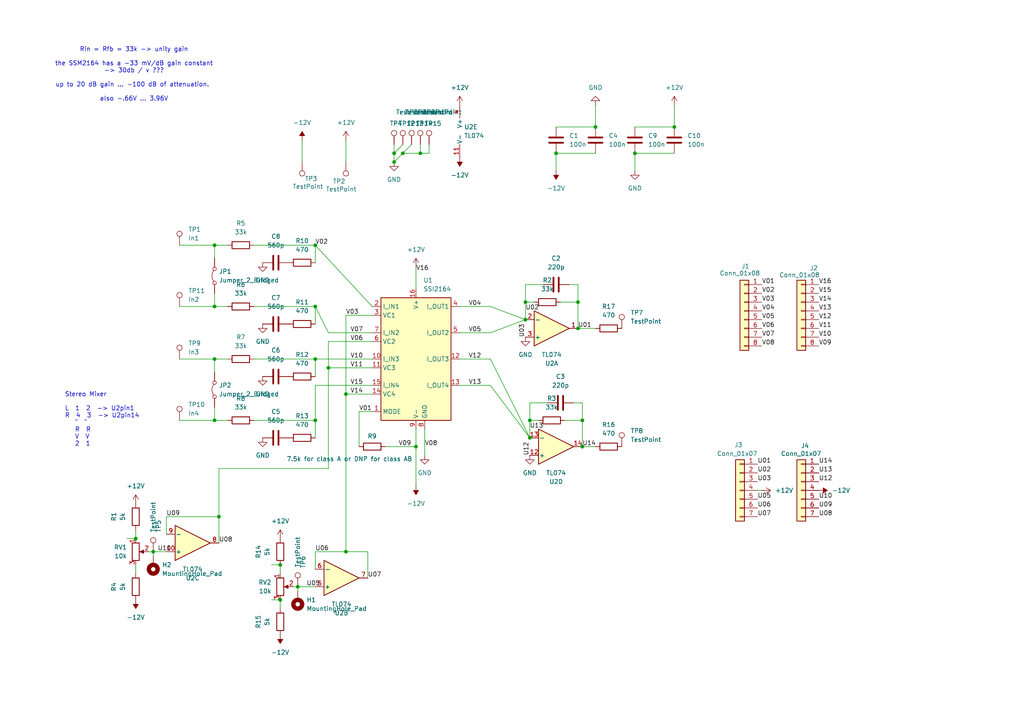
<source format=kicad_sch>
(kicad_sch (version 20250114) (generator "eeschema") (generator_version "9.0")
  (paper "A4")
  (lib_symbols
    (symbol "Amplifier_Operational:TL074" (pin_names (offset 0.127))
      (property "Reference" "U" (at 0 5.08 0))
      (property "Value" "TL074" (at 0 -5.08 0))
      (symbol "TL074_1_1"
        (polyline (pts (xy -5.08 5.08) (xy 5.08 0) (xy -5.08 -5.08) (xy -5.08 5.08)) (stroke (width 0.254)) (fill (type background)))
        (pin input line (at -7.62 2.54 0) (length 2.54) (name "+") (number "3"))
        (pin input line (at -7.62 -2.54 0) (length 2.54) (name "-") (number "2"))
        (pin output line (at 7.62 0 180) (length 2.54) (name "~") (number "1"))
      )
      (symbol "TL074_2_1"
        (polyline (pts (xy -5.08 5.08) (xy 5.08 0) (xy -5.08 -5.08) (xy -5.08 5.08)) (stroke (width 0.254)) (fill (type background)))
        (pin input line (at -7.62 2.54 0) (length 2.54) (name "+") (number "5"))
        (pin input line (at -7.62 -2.54 0) (length 2.54) (name "-") (number "6"))
        (pin output line (at 7.62 0 180) (length 2.54) (name "~") (number "7"))
      )
      (symbol "TL074_3_1"
        (polyline (pts (xy -5.08 5.08) (xy 5.08 0) (xy -5.08 -5.08) (xy -5.08 5.08)) (stroke (width 0.254)) (fill (type background)))
        (pin input line (at -7.62 2.54 0) (length 2.54) (name "+") (number "10"))
        (pin input line (at -7.62 -2.54 0) (length 2.54) (name "-") (number "9"))
        (pin output line (at 7.62 0 180) (length 2.54) (name "~") (number "8"))
      )
      (symbol "TL074_4_1"
        (polyline (pts (xy -5.08 5.08) (xy 5.08 0) (xy -5.08 -5.08) (xy -5.08 5.08)) (stroke (width 0.254)) (fill (type background)))
        (pin input line (at -7.62 2.54 0) (length 2.54) (name "+") (number "12"))
        (pin input line (at -7.62 -2.54 0) (length 2.54) (name "-") (number "13"))
        (pin output line (at 7.62 0 180) (length 2.54) (name "~") (number "14"))
      )
      (symbol "TL074_5_1"
        (pin power_in line (at -2.54 7.62 270) (length 3.81) (name "V+") (number "4"))
        (pin power_in line (at -2.54 -7.62 90) (length 3.81) (name "V-") (number "11"))
      )
    )
    (symbol "Audio:SSI2164"
      (property "Reference" "U" (at -7.62 19.05 0))
      (property "Value" "SSI2164" (at 5.08 19.05 0))
      (symbol "SSI2164_0_1"
        (rectangle (start -10.16 17.78) (end 10.16 -17.78) (stroke (width 0.254)) (fill (type background)))
      )
      (symbol "SSI2164_1_1"
        (pin input line (at -12.7 15.24 0) (length 2.54) (name "I_IN1") (number "2"))
        (pin passive line (at -12.7 12.7 0) (length 2.54) (name "VC1") (number "3"))
        (pin input line (at -12.7 7.62 0) (length 2.54) (name "I_IN2") (number "7"))
        (pin passive line (at -12.7 5.08 0) (length 2.54) (name "VC2") (number "6"))
        (pin input line (at -12.7 0 0) (length 2.54) (name "I_IN3") (number "10"))
        (pin passive line (at -12.7 -2.54 0) (length 2.54) (name "VC3") (number "11"))
        (pin input line (at -12.7 -7.62 0) (length 2.54) (name "I_IN4") (number "15"))
        (pin passive line (at -12.7 -10.16 0) (length 2.54) (name "VC4") (number "14"))
        (pin passive line (at -12.7 -15.24 0) (length 2.54) (name "MODE") (number "1"))
        (pin power_in line (at 0 20.32 270) (length 2.54) (name "V+") (number "16"))
        (pin power_in line (at 0 -20.32 90) (length 2.54) (name "V-") (number "9"))
        (pin power_in line (at 2.54 -20.32 90) (length 2.54) (name "GND") (number "8"))
        (pin output line (at 12.7 15.24 180) (length 2.54) (name "I_OUT1") (number "4"))
        (pin output line (at 12.7 7.62 180) (length 2.54) (name "I_OUT2") (number "5"))
        (pin output line (at 12.7 0 180) (length 2.54) (name "I_OUT3") (number "12"))
        (pin output line (at 12.7 -7.62 180) (length 2.54) (name "I_OUT4") (number "13"))
      )
    )
    (symbol "Connector:TestPoint" (pin_numbers (hide yes)) (pin_names (offset 0.762) (hide yes))
      (property "Reference" "TP" (at 0 6.858 0))
      (property "Value" "TestPoint" (at 0 5.08 0))
      (symbol "TestPoint_0_1"
        (circle (center 0 3.302) (radius 0.762))
      )
      (symbol "TestPoint_1_1"
        (pin passive line (at 0 0 90) (length 2.54) (name "1") (number "1"))
      )
    )
    (symbol "Connector_Generic:Conn_01x07" (pin_names (offset 1.016) (hide yes))
      (property "Reference" "J" (at 0 10.16 0))
      (property "Value" "Conn_01x07" (at 0 -10.16 0))
      (symbol "Conn_01x07_1_1"
        (rectangle (start -1.27 8.89) (end 1.27 -8.89) (stroke (width 0.254)) (fill (type background)))
        (rectangle (start -1.27 7.747) (end 0 7.493) (stroke (width 0.1524)))
        (rectangle (start -1.27 5.207) (end 0 4.953) (stroke (width 0.1524)))
        (rectangle (start -1.27 2.667) (end 0 2.413) (stroke (width 0.1524)))
        (rectangle (start -1.27 0.127) (end 0 -0.127) (stroke (width 0.1524)))
        (rectangle (start -1.27 -2.413) (end 0 -2.667) (stroke (width 0.1524)))
        (rectangle (start -1.27 -4.953) (end 0 -5.207) (stroke (width 0.1524)))
        (rectangle (start -1.27 -7.493) (end 0 -7.747) (stroke (width 0.1524)))
        (pin passive line (at -5.08 7.62 0) (length 3.81) (name "Pin_1") (number "1"))
        (pin passive line (at -5.08 5.08 0) (length 3.81) (name "Pin_2") (number "2"))
        (pin passive line (at -5.08 2.54 0) (length 3.81) (name "Pin_3") (number "3"))
        (pin passive line (at -5.08 0 0) (length 3.81) (name "Pin_4") (number "4"))
        (pin passive line (at -5.08 -2.54 0) (length 3.81) (name "Pin_5") (number "5"))
        (pin passive line (at -5.08 -5.08 0) (length 3.81) (name "Pin_6") (number "6"))
        (pin passive line (at -5.08 -7.62 0) (length 3.81) (name "Pin_7") (number "7"))
      )
    )
    (symbol "Connector_Generic:Conn_01x08" (pin_names (offset 1.016) (hide yes))
      (property "Reference" "J" (at 0 10.16 0))
      (property "Value" "Conn_01x08" (at 0 -12.7 0))
      (symbol "Conn_01x08_1_1"
        (rectangle (start -1.27 8.89) (end 1.27 -11.43) (stroke (width 0.254)) (fill (type background)))
        (rectangle (start -1.27 7.747) (end 0 7.493) (stroke (width 0.1524)))
        (rectangle (start -1.27 5.207) (end 0 4.953) (stroke (width 0.1524)))
        (rectangle (start -1.27 2.667) (end 0 2.413) (stroke (width 0.1524)))
        (rectangle (start -1.27 0.127) (end 0 -0.127) (stroke (width 0.1524)))
        (rectangle (start -1.27 -2.413) (end 0 -2.667) (stroke (width 0.1524)))
        (rectangle (start -1.27 -4.953) (end 0 -5.207) (stroke (width 0.1524)))
        (rectangle (start -1.27 -7.493) (end 0 -7.747) (stroke (width 0.1524)))
        (rectangle (start -1.27 -10.033) (end 0 -10.287) (stroke (width 0.1524)))
        (pin passive line (at -5.08 7.62 0) (length 3.81) (name "Pin_1") (number "1"))
        (pin passive line (at -5.08 5.08 0) (length 3.81) (name "Pin_2") (number "2"))
        (pin passive line (at -5.08 2.54 0) (length 3.81) (name "Pin_3") (number "3"))
        (pin passive line (at -5.08 0 0) (length 3.81) (name "Pin_4") (number "4"))
        (pin passive line (at -5.08 -2.54 0) (length 3.81) (name "Pin_5") (number "5"))
        (pin passive line (at -5.08 -5.08 0) (length 3.81) (name "Pin_6") (number "6"))
        (pin passive line (at -5.08 -7.62 0) (length 3.81) (name "Pin_7") (number "7"))
        (pin passive line (at -5.08 -10.16 0) (length 3.81) (name "Pin_8") (number "8"))
      )
    )
    (symbol "Device:C" (pin_numbers (hide yes)) (pin_names (offset 0.254))
      (property "Reference" "C" (at 0.635 2.54 0))
      (property "Value" "C" (at 0.635 -2.54 0))
      (symbol "C_0_1"
        (polyline (pts (xy -2.032 0.762) (xy 2.032 0.762)) (stroke (width 0.508)))
        (polyline (pts (xy -2.032 -0.762) (xy 2.032 -0.762)) (stroke (width 0.508)))
      )
      (symbol "C_1_1"
        (pin passive line (at 0 3.81 270) (length 2.794) (name "~") (number "1"))
        (pin passive line (at 0 -3.81 90) (length 2.794) (name "~") (number "2"))
      )
    )
    (symbol "Device:R" (pin_numbers (hide yes)) (pin_names (offset 0))
      (property "Reference" "R" (at 2.032 0 90))
      (property "Value" "R" (at 0 0 90))
      (symbol "R_0_1"
        (rectangle (start -1.016 -2.54) (end 1.016 2.54) (stroke (width 0.254)))
      )
      (symbol "R_1_1"
        (pin passive line (at 0 3.81 270) (length 1.27) (name "~") (number "1"))
        (pin passive line (at 0 -3.81 90) (length 1.27) (name "~") (number "2"))
      )
    )
    (symbol "Device:R_Potentiometer" (pin_names (offset 1.016) (hide yes))
      (property "Reference" "RV" (at -4.445 0 90))
      (property "Value" "R_Potentiometer" (at -2.54 0 90))
      (symbol "R_Potentiometer_0_1"
        (rectangle (start 1.016 2.54) (end -1.016 -2.54) (stroke (width 0.254)))
        (polyline (pts (xy 1.143 0) (xy 2.286 0.508) (xy 2.286 -0.508) (xy 1.143 0)) (fill (type outline)))
        (polyline (pts (xy 2.54 0) (xy 1.524 0)))
      )
      (symbol "R_Potentiometer_1_1"
        (pin passive line (at 0 3.81 270) (length 1.27) (name "1") (number "1"))
        (pin passive line (at 0 -3.81 90) (length 1.27) (name "3") (number "3"))
        (pin passive line (at 3.81 0 180) (length 1.27) (name "2") (number "2"))
      )
    )
    (symbol "Jumper:Jumper_2_Bridged" (pin_numbers (hide yes)) (pin_names (offset 0) (hide yes))
      (property "Reference" "JP" (at 0 1.905 0))
      (property "Value" "Jumper_2_Bridged" (at 0 -2.54 0))
      (symbol "Jumper_2_Bridged_0_0"
        (circle (center -2.032 0) (radius 0.508))
        (circle (center 2.032 0) (radius 0.508))
      )
      (symbol "Jumper_2_Bridged_0_1"
        (arc (start -1.524 0.254) (mid 0 0.762) (end 1.524 0.254))
      )
      (symbol "Jumper_2_Bridged_1_1"
        (pin passive line (at -5.08 0 0) (length 2.54) (name "A") (number "1"))
        (pin passive line (at 5.08 0 180) (length 2.54) (name "B") (number "2"))
      )
    )
    (symbol "Mechanical:MountingHole_Pad" (pin_numbers (hide yes)) (pin_names (offset 1.016) (hide yes)) (in_bom no)
      (property "Reference" "H" (at 0 6.35 0))
      (property "Value" "MountingHole_Pad" (at 0 4.445 0))
      (symbol "MountingHole_Pad_0_1"
        (circle (center 0 1.27) (radius 1.27) (stroke (width 1.27)))
      )
      (symbol "MountingHole_Pad_1_1"
        (pin input line (at 0 -2.54 90) (length 2.54) (name "1") (number "1"))
      )
    )
    (symbol "power:+12V" (power) (pin_numbers (hide yes)) (pin_names (offset 0) (hide yes))
      (property "Value" "+12V" (at 0 3.556 0))
      (symbol "+12V_0_1"
        (polyline (pts (xy -0.762 1.27) (xy 0 2.54)))
        (polyline (pts (xy 0 2.54) (xy 0.762 1.27)))
        (polyline (pts (xy 0 0) (xy 0 2.54)))
      )
      (symbol "+12V_1_1"
        (pin power_in line (at 0 0 90) (length 0) (name "~") (number "1"))
      )
    )
    (symbol "power:-12V" (power) (pin_numbers (hide yes)) (pin_names (offset 0) (hide yes))
      (property "Value" "-12V" (at 0 3.556 0))
      (symbol "-12V_0_0"
        (pin power_in line (at 0 0 90) (length 0) (name "~") (number "1"))
      )
      (symbol "-12V_0_1"
        (polyline (pts (xy 0 0) (xy 0 1.27) (xy 0.762 1.27) (xy 0 2.54) (xy -0.762 1.27) (xy 0 1.27)) (fill (type outline)))
      )
    )
    (symbol "power:GND" (power) (pin_numbers (hide yes)) (pin_names (offset 0) (hide yes))
      (property "Value" "GND" (at 0 -3.81 0))
      (symbol "GND_0_1"
        (polyline (pts (xy 0 0) (xy 0 -1.27) (xy 1.27 -1.27) (xy 0 -2.54) (xy -1.27 -1.27) (xy 0 -1.27)))
      )
      (symbol "GND_1_1"
        (pin power_in line (at 0 0 270) (length 0) (name "~") (number "1"))
      )
    )
  )
  (bezier (pts (xy 110.236 126.238) (xy 110.236 126.238) (xy 110.236 126.238) (xy 110.236 126.238)))
  (text "Stereo Mixer\n\nL  1  2  -> U2pin1\nR  4  3  -> U2pin14\n   ^  ^\n   R  R\n   V  V\n   2  1" (at 18.796 121.666 0) (effects (font (size 1.27 1.27)) (justify left)))
  (text "Rin = Rfb = 33k -> unity gain\n\nthe SSM2164 has a -33 mV/dB gain constant\n-> 30db / v ???\n\nup to 20 dB gain ... -100 dB of attenuation. \n\nalso -.66V ... 3.96V" (at 38.862 21.59 0) (effects (font (size 1.27 1.27))))
  (junction (at 172.72 36.83))
  (junction (at 100.33 114.3))
  (junction (at 114.3 46.99))
  (junction (at 167.64 87.63))
  (junction (at 161.29 44.45))
  (junction (at 62.23 104.14))
  (junction (at 116.84 44.45))
  (junction (at 62.23 71.12))
  (junction (at 86.36 170.18))
  (junction (at 91.44 71.12))
  (junction (at 121.92 44.45))
  (junction (at 184.15 44.45))
  (junction (at 39.37 156.21))
  (junction (at 63.5 149.86))
  (junction (at 167.64 95.25))
  (junction (at 168.91 129.54))
  (junction (at 95.25 106.68))
  (junction (at 120.65 129.54))
  (junction (at 152.4 87.63))
  (junction (at 153.67 121.92))
  (junction (at 81.28 163.83))
  (junction (at 62.23 88.9))
  (junction (at 114.3 44.45))
  (junction (at 44.45 160.02))
  (junction (at 168.91 121.92))
  (junction (at 152.4 92.71))
  (junction (at 91.44 88.9))
  (junction (at 153.67 127))
  (junction (at 100.33 160.02))
  (junction (at 195.58 36.83))
  (junction (at 91.44 121.92))
  (junction (at 91.44 104.14))
  (junction (at 62.23 121.92))
  (junction (at 81.28 173.99))
  (wire (pts (xy 62.23 85.09) (xy 62.23 88.9)))
  (wire (pts (xy 100.33 91.44) (xy 100.33 114.3)))
  (wire (pts (xy 52.07 121.92) (xy 62.23 121.92)))
  (wire (pts (xy 156.21 121.92) (xy 153.67 121.92)))
  (wire (pts (xy 133.35 104.14) (xy 142.24 104.14)))
  (wire (pts (xy 48.26 160.02) (xy 44.45 160.02)))
  (wire (pts (xy 95.25 99.06) (xy 95.25 106.68)))
  (wire (pts (xy 165.1 82.55) (xy 167.64 82.55)))
  (wire (pts (xy 91.44 109.22) (xy 91.44 104.14)))
  (wire (pts (xy 73.66 104.14) (xy 91.44 104.14)))
  (wire (pts (xy 81.28 163.83) (xy 81.28 166.37)))
  (wire (pts (xy 116.84 44.45) (xy 114.3 46.99)))
  (wire (pts (xy 91.44 104.14) (xy 107.95 104.14)))
  (wire (pts (xy 86.36 170.18) (xy 85.09 170.18)))
  (wire (pts (xy 86.36 171.45) (xy 86.36 170.18)))
  (wire (pts (xy 44.45 160.02) (xy 43.18 160.02)))
  (wire (pts (xy 52.07 104.14) (xy 62.23 104.14)))
  (wire (pts (xy 168.91 129.54) (xy 168.91 121.92)))
  (wire (pts (xy 87.63 46.99) (xy 87.63 40.64)))
  (wire (pts (xy 100.33 114.3) (xy 100.33 160.02)))
  (wire (pts (xy 219.71 142.24) (xy 220.98 142.24)))
  (wire (pts (xy 120.65 77.47) (xy 120.65 83.82)))
  (wire (pts (xy 48.26 149.86) (xy 63.5 149.86)))
  (wire (pts (xy 114.3 44.45) (xy 114.3 46.99)))
  (wire (pts (xy 167.64 95.25) (xy 167.64 87.63)))
  (wire (pts (xy 167.64 87.63) (xy 162.56 87.63)))
  (wire (pts (xy 73.66 121.92) (xy 91.44 121.92)))
  (wire (pts (xy 48.26 149.86) (xy 48.26 154.94)))
  (wire (pts (xy 91.44 93.98) (xy 91.44 88.9)))
  (wire (pts (xy 62.23 88.9) (xy 66.04 88.9)))
  (wire (pts (xy 62.23 107.95) (xy 62.23 104.14)))
  (wire (pts (xy 95.25 99.06) (xy 107.95 99.06)))
  (wire (pts (xy 63.5 157.48) (xy 63.5 149.86)))
  (wire (pts (xy 100.33 160.02) (xy 106.68 160.02)))
  (wire (pts (xy 91.44 121.92) (xy 91.44 111.76)))
  (wire (pts (xy 78.74 163.83) (xy 81.28 163.83)))
  (wire (pts (xy 120.65 129.54) (xy 120.65 124.46)))
  (wire (pts (xy 104.14 119.38) (xy 104.14 129.54)))
  (wire (pts (xy 36.83 156.21) (xy 39.37 156.21)))
  (wire (pts (xy 81.28 173.99) (xy 81.28 176.53)))
  (wire (pts (xy 100.33 46.99) (xy 100.33 40.64)))
  (wire (pts (xy 168.91 121.92) (xy 163.83 121.92)))
  (wire (pts (xy 62.23 71.12) (xy 66.04 71.12)))
  (wire (pts (xy 142.24 88.9) (xy 152.4 92.71)))
  (wire (pts (xy 91.44 71.12) (xy 107.95 88.9)))
  (wire (pts (xy 91.44 111.76) (xy 107.95 111.76)))
  (wire (pts (xy 91.44 76.2) (xy 91.44 71.12)))
  (wire (pts (xy 152.4 82.55) (xy 152.4 87.63)))
  (wire (pts (xy 168.91 116.84) (xy 168.91 121.92)))
  (wire (pts (xy 153.67 116.84) (xy 153.67 121.92)))
  (wire (pts (xy 73.66 88.9) (xy 91.44 88.9)))
  (wire (pts (xy 142.24 111.76) (xy 153.67 127)))
  (wire (pts (xy 161.29 49.53) (xy 161.29 44.45)))
  (wire (pts (xy 63.5 135.89) (xy 63.5 149.86)))
  (wire (pts (xy 62.23 118.11) (xy 62.23 121.92)))
  (wire (pts (xy 95.25 96.52) (xy 107.95 96.52)))
  (wire (pts (xy 133.35 88.9) (xy 142.24 88.9)))
  (wire (pts (xy 195.58 44.45) (xy 184.15 44.45)))
  (wire (pts (xy 52.07 71.12) (xy 62.23 71.12)))
  (wire (pts (xy 172.72 44.45) (xy 161.29 44.45)))
  (wire (pts (xy 62.23 121.92) (xy 66.04 121.92)))
  (wire (pts (xy 133.35 96.52) (xy 142.24 96.52)))
  (wire (pts (xy 91.44 160.02) (xy 100.33 160.02)))
  (wire (pts (xy 106.68 160.02) (xy 106.68 167.64)))
  (wire (pts (xy 44.45 161.29) (xy 44.45 160.02)))
  (wire (pts (xy 124.46 44.45) (xy 121.92 44.45)))
  (wire (pts (xy 142.24 96.52) (xy 152.4 92.71)))
  (wire (pts (xy 114.3 41.91) (xy 114.3 44.45)))
  (wire (pts (xy 73.66 71.12) (xy 91.44 71.12)))
  (wire (pts (xy 172.72 129.54) (xy 168.91 129.54)))
  (wire (pts (xy 167.64 82.55) (xy 167.64 87.63)))
  (wire (pts (xy 133.35 111.76) (xy 142.24 111.76)))
  (wire (pts (xy 95.25 135.89) (xy 63.5 135.89)))
  (wire (pts (xy 52.07 88.9) (xy 62.23 88.9)))
  (wire (pts (xy 153.67 121.92) (xy 153.67 127)))
  (wire (pts (xy 121.92 41.91) (xy 121.92 44.45)))
  (wire (pts (xy 172.72 30.48) (xy 172.72 36.83)))
  (wire (pts (xy 123.19 132.08) (xy 123.19 124.46)))
  (wire (pts (xy 119.38 41.91) (xy 116.84 44.45)))
  (wire (pts (xy 62.23 74.93) (xy 62.23 71.12)))
  (wire (pts (xy 91.44 160.02) (xy 91.44 165.1)))
  (wire (pts (xy 152.4 87.63) (xy 152.4 92.71)))
  (wire (pts (xy 120.65 140.97) (xy 120.65 129.54)))
  (wire (pts (xy 100.33 114.3) (xy 107.95 114.3)))
  (wire (pts (xy 107.95 119.38) (xy 104.14 119.38)))
  (wire (pts (xy 195.58 30.48) (xy 195.58 36.83)))
  (wire (pts (xy 121.92 44.45) (xy 116.84 44.45)))
  (wire (pts (xy 91.44 88.9) (xy 95.25 96.52)))
  (wire (pts (xy 172.72 95.25) (xy 167.64 95.25)))
  (wire (pts (xy 166.37 116.84) (xy 168.91 116.84)))
  (wire (pts (xy 158.75 116.84) (xy 153.67 116.84)))
  (wire (pts (xy 107.95 91.44) (xy 100.33 91.44)))
  (wire (pts (xy 81.28 173.99) (xy 78.74 173.99)))
  (wire (pts (xy 124.46 41.91) (xy 124.46 44.45)))
  (wire (pts (xy 111.76 129.54) (xy 120.65 129.54)))
  (wire (pts (xy 184.15 44.45) (xy 184.15 49.53)))
  (wire (pts (xy 62.23 104.14) (xy 66.04 104.14)))
  (wire (pts (xy 142.24 104.14) (xy 153.67 127)))
  (wire (pts (xy 91.44 127) (xy 91.44 121.92)))
  (wire (pts (xy 95.25 106.68) (xy 107.95 106.68)))
  (wire (pts (xy 91.44 170.18) (xy 86.36 170.18)))
  (wire (pts (xy 39.37 163.83) (xy 39.37 166.37)))
  (wire (pts (xy 154.94 87.63) (xy 152.4 87.63)))
  (wire (pts (xy 116.84 41.91) (xy 114.3 44.45)))
  (wire (pts (xy 161.29 36.83) (xy 172.72 36.83)))
  (wire (pts (xy 157.48 82.55) (xy 152.4 82.55)))
  (wire (pts (xy 95.25 106.68) (xy 95.25 135.89)))
  (wire (pts (xy 39.37 153.67) (xy 39.37 156.21)))
  (wire (pts (xy 184.15 36.83) (xy 195.58 36.83)))
  (label "U07" (at 106.68 167.64 0))
  (label "V10" (at 237.49 97.79 0))
  (label "U05" (at 88.9 170.18 0))
  (label "V07" (at 101.6 96.52 0))
  (label "V15" (at 237.49 85.09 0))
  (label "V13" (at 135.89 111.76 0))
  (label "V12" (at 135.89 104.14 0))
  (label "V06" (at 220.98 95.25 0))
  (label "V03" (at 100.33 91.44 0))
  (label "V09" (at 237.49 100.33 0))
  (label "V09" (at 115.57 129.54 0))
  (label "V16" (at 120.65 78.74 0))
  (label "U03" (at 219.71 139.7 0))
  (label "V04" (at 135.89 88.9 0))
  (label "U02" (at 219.71 137.16 0))
  (label "V08" (at 123.19 129.54 0))
  (label "V01" (at 104.14 119.38 0))
  (label "U03" (at 152.4 97.79 90))
  (label "V13" (at 237.49 90.17 0))
  (label "V07" (at 220.98 97.79 0))
  (label "V02" (at 220.98 85.09 0))
  (label "U10" (at 237.49 144.78 0))
  (label "V10" (at 101.6 104.14 0))
  (label "U01" (at 167.64 95.25 0))
  (label "U08" (at 63.5 157.48 0))
  (label "U12" (at 153.67 132.08 90))
  (label "V11" (at 101.6 106.68 0))
  (label "V06" (at 101.6 99.06 0))
  (label "U09" (at 48.26 149.86 0))
  (label "U12" (at 237.49 139.7 0))
  (label "V05" (at 135.89 96.52 0))
  (label "V12" (at 237.49 92.71 0))
  (label "U13" (at 237.49 137.16 0))
  (label "U10" (at 45.72 160.02 0))
  (label "U01" (at 219.71 134.62 0))
  (label "U06" (at 219.71 147.32 0))
  (label "U02" (at 152.4 90.17 0))
  (label "V15" (at 101.6 111.76 0))
  (label "V08" (at 220.98 100.33 0))
  (label "V04" (at 220.98 90.17 0))
  (label "V02" (at 91.44 71.12 0))
  (label "U05" (at 219.71 144.78 0))
  (label "U14" (at 168.91 129.54 0))
  (label "V14" (at 101.6 114.3 0))
  (label "U07" (at 219.71 149.86 0))
  (label "U06" (at 91.44 160.02 0))
  (label "U14" (at 237.49 134.62 0))
  (label "V11" (at 237.49 95.25 0))
  (label "U08" (at 237.49 149.86 0))
  (label "V05" (at 220.98 92.71 0))
  (label "V01" (at 220.98 82.55 0))
  (label "U09" (at 237.49 147.32 0))
  (label "U13" (at 153.67 124.46 0))
  (label "V03" (at 220.98 87.63 0))
  (label "V14" (at 237.49 87.63 0))
  (label "V16" (at 237.49 82.55 0))
  (symbol (lib_id "Connector:TestPoint") (at 121.92 41.91 0) (unit 1)
    (property "Reference" "TP14" (at 120.65 35.814 0) (effects (justify left)))
    (property "Value" "TestPoint" (at 122.428 32.512 0) (effects (justify left)))
    (property "Footprint" "TestPoint:TestPoint_Loop_D2.50mm_Drill1.0mm" (effects (hide yes)))
    (property "Description" "test point" (effects (hide yes)))
  )
  (symbol (lib_id "Device:R") (at 39.37 170.18 180) (unit 1)
    (property "Reference" "R4" (at 33.02 170.18 90))
    (property "Value" "5k" (at 35.56 170.18 90))
    (property "Footprint" "Resistor_THT:R_Axial_DIN0207_L6.3mm_D2.5mm_P10.16mm_Horizontal" (effects (hide yes)))
    (property "Description" "Resistor" (effects (hide yes)))
  )
  (symbol (lib_id "Device:C") (at 162.56 116.84 90) (unit 1)
    (property "Reference" "C3" (at 162.56 109.22 90))
    (property "Value" "220p" (at 162.56 111.76 90))
    (property "Footprint" "Capacitor_THT:C_Disc_D4.3mm_W1.9mm_P5.00mm" (effects (hide yes)))
    (property "Description" "Unpolarized capacitor" (effects (hide yes)))
  )
  (symbol (lib_id "Connector:TestPoint") (at 180.34 95.25 0) (unit 1)
    (property "Reference" "TP7" (at 182.88 90.6779 0) (effects (justify left)))
    (property "Value" "TestPoint" (at 182.88 93.2179 0) (effects (justify left)))
    (property "Footprint" "TestPoint:TestPoint_Loop_D2.50mm_Drill1.0mm" (effects (hide yes)))
    (property "Description" "test point" (effects (hide yes)))
  )
  (symbol (lib_id "power:-12V") (at 87.63 40.64 0) (unit 1)
    (property "Reference" "#PWR03" (effects (hide yes)))
    (property "Value" "-12V" (at 87.63 35.56 0))
    (property "Description" "Power symbol creates a global label with name \"-12V\"" (effects (hide yes)))
  )
  (symbol (lib_id "Device:R") (at 69.85 104.14 90) (unit 1)
    (property "Reference" "R7" (at 69.85 97.79 90))
    (property "Value" "33k" (at 69.85 100.33 90))
    (property "Footprint" "Resistor_THT:R_Axial_DIN0207_L6.3mm_D2.5mm_P10.16mm_Horizontal" (effects (hide yes)))
    (property "Description" "Resistor" (effects (hide yes)))
  )
  (symbol (lib_id "Device:C") (at 80.01 76.2 90) (unit 1)
    (property "Reference" "C8" (at 80.01 68.58 90))
    (property "Value" "560p" (at 80.01 71.12 90))
    (property "Footprint" "Capacitor_THT:C_Disc_D4.3mm_W1.9mm_P5.00mm" (effects (hide yes)))
    (property "Description" "Unpolarized capacitor" (effects (hide yes)))
  )
  (symbol (lib_id "power:GND") (at 76.2 109.22 0) (unit 1)
    (property "Reference" "#PWR013" (effects (hide yes)))
    (property "Value" "GND" (at 76.2 114.3 0))
    (property "Description" "Power symbol creates a global label with name \"GND\" , ground" (effects (hide yes)))
  )
  (symbol (lib_id "Device:C") (at 195.58 40.64 180) (unit 1)
    (property "Reference" "C10" (at 199.39 39.3699 0) (effects (justify right)))
    (property "Value" "100n" (at 199.39 41.9099 0) (effects (justify right)))
    (property "Footprint" "Capacitor_SMD:C_0603_1608Metric_Pad1.08x0.95mm_HandSolder" (effects (hide yes)))
    (property "Description" "Unpolarized capacitor" (effects (hide yes)))
  )
  (symbol (lib_id "Device:R") (at 87.63 127 90) (unit 1)
    (property "Reference" "R13" (at 87.63 120.65 90))
    (property "Value" "470" (at 87.63 123.19 90))
    (property "Footprint" "Resistor_THT:R_Axial_DIN0207_L6.3mm_D2.5mm_P10.16mm_Horizontal" (effects (hide yes)))
    (property "Description" "Resistor" (effects (hide yes)))
  )
  (symbol (lib_id "Mechanical:MountingHole_Pad") (at 86.36 173.99 180) (unit 1) (in_bom no)
    (property "Reference" "H1" (at 88.9 173.9899 0) (effects (justify right)))
    (property "Value" "MountingHole_Pad" (at 88.9 176.5299 0) (effects (justify right)))
    (property "Footprint" "TestPoint:TestPoint_THTPad_D2.0mm_Drill1.0mm" (effects (hide yes)))
    (property "Description" "Mounting Hole with connection" (effects (hide yes)))
  )
  (symbol (lib_id "Jumper:Jumper_2_Bridged") (at 62.23 113.03 90) (unit 1)
    (property "Reference" "JP2" (at 63.5 111.7599 90) (effects (justify right)))
    (property "Value" "Jumper_2_Bridged" (at 63.5 114.2999 90) (effects (justify right)))
    (property "Footprint" "Jumper:SolderJumper-2_P1.3mm_Open_TrianglePad1.0x1.5mm" (effects (hide yes)))
    (property "Description" "Jumper, 2-pole, closed/bridged" (effects (hide yes)))
  )
  (symbol (lib_id "Connector:TestPoint") (at 52.07 71.12 0) (unit 1)
    (property "Reference" "TP1" (at 54.61 66.5479 0) (effects (justify left)))
    (property "Value" "In1" (at 54.61 69.0879 0) (effects (justify left)))
    (property "Footprint" "TestPoint:TestPoint_Loop_D2.50mm_Drill1.0mm" (effects (hide yes)))
    (property "Description" "test point" (effects (hide yes)))
  )
  (symbol (lib_id "power:GND") (at 114.3 46.99 0) (unit 1)
    (property "Reference" "#PWR07" (effects (hide yes)))
    (property "Value" "GND" (at 114.3 52.07 0))
    (property "Description" "Power symbol creates a global label with name \"GND\" , ground" (effects (hide yes)))
  )
  (symbol (lib_id "Connector_Generic:Conn_01x08") (at 232.41 90.17 0) (mirror y) (unit 1)
    (property "Reference" "J2" (at 237.236 77.724 0) (effects (justify left)))
    (property "Value" "Conn_01x08" (at 237.744 79.756 0) (effects (justify left)))
    (property "Footprint" "Connector_PinHeader_2.54mm:PinHeader_1x08_P2.54mm_Vertical" (effects (hide yes)))
    (property "Description" "Generic connector, single row, 01x08, script generated (kicad-library-utils/schlib/autogen/connector/)" (effects (hide yes)))
  )
  (symbol (lib_id "power:GND") (at 172.72 30.48 180) (unit 1)
    (property "Reference" "#PWR024" (effects (hide yes)))
    (property "Value" "GND" (at 172.72 25.4 0))
    (property "Description" "Power symbol creates a global label with name \"GND\" , ground" (effects (hide yes)))
  )
  (symbol (lib_id "power:+12V") (at 39.37 146.05 0) (unit 1)
    (property "Reference" "#PWR016" (effects (hide yes)))
    (property "Value" "+12V" (at 39.37 140.97 0))
    (property "Description" "Power symbol creates a global label with name \"+12V\"" (effects (hide yes)))
  )
  (symbol (lib_id "Connector:TestPoint") (at 114.3 41.91 0) (unit 1)
    (property "Reference" "TP4" (at 113.03 35.814 0) (effects (justify left)))
    (property "Value" "TestPoint" (at 114.808 32.512 0) (effects (justify left)))
    (property "Footprint" "TestPoint:TestPoint_Loop_D2.50mm_Drill1.0mm" (effects (hide yes)))
    (property "Description" "test point" (effects (hide yes)))
  )
  (symbol (lib_id "power:GND") (at 152.4 97.79 0) (unit 1)
    (property "Reference" "#PWR010" (effects (hide yes)))
    (property "Value" "GND" (at 152.4 102.87 0))
    (property "Description" "Power symbol creates a global label with name \"GND\" , ground" (effects (hide yes)))
  )
  (symbol (lib_id "power:GND") (at 76.2 127 0) (unit 1)
    (property "Reference" "#PWR012" (effects (hide yes)))
    (property "Value" "GND" (at 76.2 132.08 0))
    (property "Description" "Power symbol creates a global label with name \"GND\" , ground" (effects (hide yes)))
  )
  (symbol (lib_id "power:GND") (at 123.19 132.08 0) (unit 1)
    (property "Reference" "#PWR01" (effects (hide yes)))
    (property "Value" "GND" (at 123.19 137.16 0))
    (property "Description" "Power symbol creates a global label with name \"GND\" , ground" (effects (hide yes)))
  )
  (symbol (lib_id "Device:R") (at 39.37 149.86 180) (unit 1)
    (property "Reference" "R1" (at 33.02 149.86 90))
    (property "Value" "5k" (at 35.56 149.86 90))
    (property "Footprint" "Resistor_THT:R_Axial_DIN0207_L6.3mm_D2.5mm_P10.16mm_Horizontal" (effects (hide yes)))
    (property "Description" "Resistor" (effects (hide yes)))
  )
  (symbol (lib_id "Mechanical:MountingHole_Pad") (at 44.45 163.83 180) (unit 1) (in_bom no)
    (property "Reference" "H2" (at 46.99 163.8299 0) (effects (justify right)))
    (property "Value" "MountingHole_Pad" (at 46.99 166.3699 0) (effects (justify right)))
    (property "Footprint" "TestPoint:TestPoint_THTPad_D2.0mm_Drill1.0mm" (effects (hide yes)))
    (property "Description" "Mounting Hole with connection" (effects (hide yes)))
  )
  (symbol (lib_id "power:-12V") (at 237.49 142.24 270) (unit 1)
    (property "Reference" "#PWR020" (effects (hide yes)))
    (property "Value" "-12V" (at 241.3 142.2399 90) (effects (justify left)))
    (property "Description" "Power symbol creates a global label with name \"-12V\"" (effects (hide yes)))
  )
  (symbol (lib_id "power:GND") (at 153.67 132.08 0) (unit 1)
    (property "Reference" "#PWR09" (effects (hide yes)))
    (property "Value" "GND" (at 153.67 137.16 0))
    (property "Description" "Power symbol creates a global label with name \"GND\" , ground" (effects (hide yes)))
  )
  (symbol (lib_id "Device:R") (at 81.28 160.02 180) (unit 1)
    (property "Reference" "R14" (at 74.93 160.02 90))
    (property "Value" "5k" (at 77.47 160.02 90))
    (property "Footprint" "Resistor_THT:R_Axial_DIN0207_L6.3mm_D2.5mm_P10.16mm_Horizontal" (effects (hide yes)))
    (property "Description" "Resistor" (effects (hide yes)))
  )
  (symbol (lib_id "Amplifier_Operational:TL074") (at 135.89 38.1 0) (unit 5)
    (property "Reference" "U2" (at 134.62 36.8299 0) (effects (justify left)))
    (property "Value" "TL074" (at 134.62 39.3699 0) (effects (justify left)))
    (property "Footprint" "Package_DIP:DIP-14_W7.62mm_LongPads" (effects (hide yes)))
    (property "Datasheet" "http://www.ti.com/lit/ds/symlink/tl071.pdf" (effects (hide yes)))
    (property "Description" "Quad Low-Noise JFET-Input Operational Amplifiers, DIP-14/SOIC-14" (effects (hide yes)))
  )
  (symbol (lib_id "Device:R") (at 160.02 121.92 90) (unit 1)
    (property "Reference" "R3" (at 160.02 115.57 90))
    (property "Value" "33k" (at 160.02 118.11 90))
    (property "Footprint" "Resistor_THT:R_Axial_DIN0207_L6.3mm_D2.5mm_P10.16mm_Horizontal" (effects (hide yes)))
    (property "Description" "Resistor" (effects (hide yes)))
  )
  (symbol (lib_id "Device:R") (at 69.85 71.12 90) (unit 1)
    (property "Reference" "R5" (at 69.85 64.77 90))
    (property "Value" "33k" (at 69.85 67.31 90))
    (property "Footprint" "Resistor_THT:R_Axial_DIN0207_L6.3mm_D2.5mm_P10.16mm_Horizontal" (effects (hide yes)))
    (property "Description" "Resistor" (effects (hide yes)))
  )
  (symbol (lib_id "Connector:TestPoint") (at 52.07 88.9 0) (unit 1)
    (property "Reference" "TP11" (at 54.61 84.3279 0) (effects (justify left)))
    (property "Value" "In2" (at 54.61 86.8679 0) (effects (justify left)))
    (property "Footprint" "TestPoint:TestPoint_Loop_D2.50mm_Drill1.0mm" (effects (hide yes)))
    (property "Description" "test point" (effects (hide yes)))
  )
  (symbol (lib_id "power:+12V") (at 120.65 77.47 0) (unit 1)
    (property "Reference" "#PWR04" (effects (hide yes)))
    (property "Value" "+12V" (at 120.65 72.39 0))
    (property "Description" "Power symbol creates a global label with name \"+12V\"" (effects (hide yes)))
  )
  (symbol (lib_id "power:+12V") (at 81.28 156.21 0) (unit 1)
    (property "Reference" "#PWR017" (effects (hide yes)))
    (property "Value" "+12V" (at 81.28 151.13 0))
    (property "Description" "Power symbol creates a global label with name \"+12V\"" (effects (hide yes)))
  )
  (symbol (lib_id "power:-12V") (at 133.35 45.72 180) (unit 1)
    (property "Reference" "#PWR06" (effects (hide yes)))
    (property "Value" "-12V" (at 133.35 50.8 0))
    (property "Description" "Power symbol creates a global label with name \"-12V\"" (effects (hide yes)))
  )
  (symbol (lib_id "Connector:TestPoint") (at 52.07 104.14 0) (unit 1)
    (property "Reference" "TP9" (at 54.61 99.5679 0) (effects (justify left)))
    (property "Value" "In3" (at 54.61 102.1079 0) (effects (justify left)))
    (property "Footprint" "TestPoint:TestPoint_Loop_D2.50mm_Drill1.0mm" (effects (hide yes)))
    (property "Description" "test point" (effects (hide yes)))
  )
  (symbol (lib_id "Jumper:Jumper_2_Bridged") (at 62.23 80.01 90) (unit 1)
    (property "Reference" "JP1" (at 63.5 78.7399 90) (effects (justify right)))
    (property "Value" "Jumper_2_Bridged" (at 63.5 81.2799 90) (effects (justify right)))
    (property "Footprint" "Jumper:SolderJumper-2_P1.3mm_Open_TrianglePad1.0x1.5mm" (effects (hide yes)))
    (property "Description" "Jumper, 2-pole, closed/bridged" (effects (hide yes)))
  )
  (symbol (lib_id "Connector:TestPoint") (at 52.07 121.92 0) (unit 1)
    (property "Reference" "TP10" (at 54.61 117.3479 0) (effects (justify left)))
    (property "Value" "In4" (at 54.61 119.8879 0) (effects (justify left)))
    (property "Footprint" "TestPoint:TestPoint_Loop_D2.50mm_Drill1.0mm" (effects (hide yes)))
    (property "Description" "test point" (effects (hide yes)))
  )
  (symbol (lib_id "Device:C") (at 184.15 40.64 180) (unit 1)
    (property "Reference" "C9" (at 187.96 39.3699 0) (effects (justify right)))
    (property "Value" "100n" (at 187.96 41.9099 0) (effects (justify right)))
    (property "Footprint" "Capacitor_SMD:C_0603_1608Metric_Pad1.08x0.95mm_HandSolder" (effects (hide yes)))
    (property "Description" "Unpolarized capacitor" (effects (hide yes)))
  )
  (symbol (lib_id "Device:R_Potentiometer") (at 81.28 170.18 0) (unit 1)
    (property "Reference" "RV2" (at 78.74 168.9099 0) (effects (justify right)))
    (property "Value" "10k" (at 78.74 171.4499 0) (effects (justify right)))
    (property "Footprint" "Potentiometer_THT:Potentiometer_Alpha_RD901F-40-00D_Single_Vertical" (effects (hide yes)))
    (property "Description" "Potentiometer" (effects (hide yes)))
  )
  (symbol (lib_id "Connector:TestPoint") (at 86.36 170.18 0) (unit 1)
    (property "Reference" "TP6" (at 87.884 164.846 90) (effects (justify left)))
    (property "Value" "TestPoint" (at 86.36 164.592 90) (effects (justify left)))
    (property "Footprint" "TestPoint:TestPoint_Loop_D2.50mm_Drill1.0mm" (effects (hide yes)))
    (property "Description" "test point" (effects (hide yes)))
  )
  (symbol (lib_id "Device:C") (at 80.01 109.22 90) (unit 1)
    (property "Reference" "C6" (at 80.01 101.6 90))
    (property "Value" "560p" (at 80.01 104.14 90))
    (property "Footprint" "Capacitor_THT:C_Disc_D4.3mm_W1.9mm_P5.00mm" (effects (hide yes)))
    (property "Description" "Unpolarized capacitor" (effects (hide yes)))
  )
  (symbol (lib_id "Connector_Generic:Conn_01x07") (at 232.41 142.24 0) (mirror y) (unit 1)
    (property "Reference" "J4" (at 234.696 129.286 0) (effects (justify left)))
    (property "Value" "Conn_01x07" (at 238.252 131.572 0) (effects (justify left)))
    (property "Footprint" "Connector_PinHeader_2.54mm:PinHeader_1x07_P2.54mm_Vertical" (effects (hide yes)))
    (property "Description" "Generic connector, single row, 01x07, script generated (kicad-library-utils/schlib/autogen/connector/)" (effects (hide yes)))
  )
  (symbol (lib_id "Device:C") (at 80.01 127 90) (unit 1)
    (property "Reference" "C5" (at 80.01 119.38 90))
    (property "Value" "560p" (at 80.01 121.92 90))
    (property "Footprint" "Capacitor_THT:C_Disc_D4.3mm_W1.9mm_P5.00mm" (effects (hide yes)))
    (property "Description" "Unpolarized capacitor" (effects (hide yes)))
  )
  (symbol (lib_id "Device:C") (at 161.29 40.64 180) (unit 1)
    (property "Reference" "C1" (at 165.1 39.3699 0) (effects (justify right)))
    (property "Value" "100n" (at 165.1 41.9099 0) (effects (justify right)))
    (property "Footprint" "Capacitor_SMD:C_0603_1608Metric_Pad1.08x0.95mm_HandSolder" (effects (hide yes)))
    (property "Description" "Unpolarized capacitor" (effects (hide yes)))
  )
  (symbol (lib_id "Device:R_Potentiometer") (at 39.37 160.02 0) (unit 1)
    (property "Reference" "RV1" (at 36.83 158.7499 0) (effects (justify right)))
    (property "Value" "10k" (at 36.83 161.2899 0) (effects (justify right)))
    (property "Footprint" "Potentiometer_THT:Potentiometer_Alpha_RD901F-40-00D_Single_Vertical" (effects (hide yes)))
    (property "Description" "Potentiometer" (effects (hide yes)))
  )
  (symbol (lib_id "Device:R") (at 69.85 121.92 90) (unit 1)
    (property "Reference" "R8" (at 69.85 115.57 90))
    (property "Value" "33k" (at 69.85 118.11 90))
    (property "Footprint" "Resistor_THT:R_Axial_DIN0207_L6.3mm_D2.5mm_P10.16mm_Horizontal" (effects (hide yes)))
    (property "Description" "Resistor" (effects (hide yes)))
  )
  (symbol (lib_id "Device:R") (at 87.63 109.22 90) (unit 1)
    (property "Reference" "R12" (at 87.63 102.87 90))
    (property "Value" "470" (at 87.63 105.41 90))
    (property "Footprint" "Resistor_THT:R_Axial_DIN0207_L6.3mm_D2.5mm_P10.16mm_Horizontal" (effects (hide yes)))
    (property "Description" "Resistor" (effects (hide yes)))
  )
  (symbol (lib_id "power:+12V") (at 100.33 40.64 0) (unit 1)
    (property "Reference" "#PWR02" (effects (hide yes)))
    (property "Value" "+12V" (at 100.33 35.56 0))
    (property "Description" "Power symbol creates a global label with name \"+12V\"" (effects (hide yes)))
  )
  (symbol (lib_id "power:+12V") (at 195.58 30.48 0) (unit 1)
    (property "Reference" "#PWR022" (effects (hide yes)))
    (property "Value" "+12V" (at 195.58 25.4 0))
    (property "Description" "Power symbol creates a global label with name \"+12V\"" (effects (hide yes)))
  )
  (symbol (lib_id "Connector_Generic:Conn_01x07") (at 214.63 142.24 0) (mirror y) (unit 1)
    (property "Reference" "J3" (at 215.392 129.032 0) (effects (justify left)))
    (property "Value" "Conn_01x07" (at 219.71 131.572 0) (effects (justify left)))
    (property "Footprint" "Connector_PinHeader_2.54mm:PinHeader_1x07_P2.54mm_Vertical" (effects (hide yes)))
    (property "Description" "Generic connector, single row, 01x07, script generated (kicad-library-utils/schlib/autogen/connector/)" (effects (hide yes)))
  )
  (symbol (lib_id "Amplifier_Operational:TL074") (at 161.29 129.54 0) (mirror x) (unit 4)
    (property "Reference" "U2" (at 161.29 139.7 0))
    (property "Value" "TL074" (at 161.29 137.16 0))
    (property "Footprint" "Package_DIP:DIP-14_W7.62mm_LongPads" (effects (hide yes)))
    (property "Datasheet" "http://www.ti.com/lit/ds/symlink/tl071.pdf" (effects (hide yes)))
    (property "Description" "Quad Low-Noise JFET-Input Operational Amplifiers, DIP-14/SOIC-14" (effects (hide yes)))
  )
  (symbol (lib_id "Connector_Generic:Conn_01x08") (at 215.9 90.17 0) (mirror y) (unit 1)
    (property "Reference" "J1" (at 217.424 77.216 0) (effects (justify left)))
    (property "Value" "Conn_01x08" (at 220.472 79.248 0) (effects (justify left)))
    (property "Footprint" "Connector_PinHeader_2.54mm:PinHeader_1x08_P2.54mm_Vertical" (effects (hide yes)))
    (property "Description" "Generic connector, single row, 01x08, script generated (kicad-library-utils/schlib/autogen/connector/)" (effects (hide yes)))
  )
  (symbol (lib_id "power:-12V") (at 120.65 140.97 180) (unit 1)
    (property "Reference" "#PWR011" (effects (hide yes)))
    (property "Value" "-12V" (at 120.65 146.05 0))
    (property "Description" "Power symbol creates a global label with name \"-12V\"" (effects (hide yes)))
  )
  (symbol (lib_id "Connector:TestPoint") (at 124.46 41.91 0) (unit 1)
    (property "Reference" "TP15" (at 123.19 35.814 0) (effects (justify left)))
    (property "Value" "TestPoint" (at 124.968 32.512 0) (effects (justify left)))
    (property "Footprint" "TestPoint:TestPoint_Loop_D2.50mm_Drill1.0mm" (effects (hide yes)))
    (property "Description" "test point" (effects (hide yes)))
  )
  (symbol (lib_id "Connector:TestPoint") (at 180.34 129.54 0) (unit 1)
    (property "Reference" "TP8" (at 182.88 124.9679 0) (effects (justify left)))
    (property "Value" "TestPoint" (at 182.88 127.5079 0) (effects (justify left)))
    (property "Footprint" "TestPoint:TestPoint_Loop_D2.50mm_Drill1.0mm" (effects (hide yes)))
    (property "Description" "test point" (effects (hide yes)))
  )
  (symbol (lib_id "Device:R") (at 87.63 93.98 90) (unit 1)
    (property "Reference" "R11" (at 87.63 87.63 90))
    (property "Value" "470" (at 87.63 90.17 90))
    (property "Footprint" "Resistor_THT:R_Axial_DIN0207_L6.3mm_D2.5mm_P10.16mm_Horizontal" (effects (hide yes)))
    (property "Description" "Resistor" (effects (hide yes)))
  )
  (symbol (lib_id "power:GND") (at 76.2 93.98 0) (unit 1)
    (property "Reference" "#PWR014" (effects (hide yes)))
    (property "Value" "GND" (at 76.2 99.06 0))
    (property "Description" "Power symbol creates a global label with name \"GND\" , ground" (effects (hide yes)))
  )
  (symbol (lib_id "Device:R") (at 81.28 180.34 180) (unit 1)
    (property "Reference" "R15" (at 74.93 180.34 90))
    (property "Value" "5k" (at 77.47 180.34 90))
    (property "Footprint" "Resistor_THT:R_Axial_DIN0207_L6.3mm_D2.5mm_P10.16mm_Horizontal" (effects (hide yes)))
    (property "Description" "Resistor" (effects (hide yes)))
  )
  (symbol (lib_id "Connector:TestPoint") (at 116.84 41.91 0) (unit 1)
    (property "Reference" "TP12" (at 115.57 35.814 0) (effects (justify left)))
    (property "Value" "TestPoint" (at 117.348 32.512 0) (effects (justify left)))
    (property "Footprint" "TestPoint:TestPoint_Loop_D2.50mm_Drill1.0mm" (effects (hide yes)))
    (property "Description" "test point" (effects (hide yes)))
  )
  (symbol (lib_id "power:-12V") (at 81.28 184.15 180) (unit 1)
    (property "Reference" "#PWR018" (effects (hide yes)))
    (property "Value" "-12V" (at 81.28 189.23 0))
    (property "Description" "Power symbol creates a global label with name \"-12V\"" (effects (hide yes)))
  )
  (symbol (lib_id "Connector:TestPoint") (at 44.45 160.02 0) (unit 1)
    (property "Reference" "TP5" (at 45.974 154.432 90) (effects (justify left)))
    (property "Value" "TestPoint" (at 44.45 154.432 90) (effects (justify left)))
    (property "Footprint" "TestPoint:TestPoint_Loop_D2.50mm_Drill1.0mm" (effects (hide yes)))
    (property "Description" "test point" (effects (hide yes)))
  )
  (symbol (lib_id "Device:R") (at 176.53 129.54 90) (unit 1)
    (property "Reference" "R16" (at 176.53 123.19 90))
    (property "Value" "470" (at 176.53 125.73 90))
    (property "Footprint" "Resistor_THT:R_Axial_DIN0207_L6.3mm_D2.5mm_P10.16mm_Horizontal" (effects (hide yes)))
    (property "Description" "Resistor" (effects (hide yes)))
  )
  (symbol (lib_id "Device:C") (at 161.29 82.55 90) (unit 1)
    (property "Reference" "C2" (at 161.29 74.93 90))
    (property "Value" "220p" (at 161.29 77.47 90))
    (property "Footprint" "Capacitor_THT:C_Disc_D4.3mm_W1.9mm_P5.00mm" (effects (hide yes)))
    (property "Description" "Unpolarized capacitor" (effects (hide yes)))
  )
  (symbol (lib_id "Connector:TestPoint") (at 100.33 46.99 180) (unit 1)
    (property "Reference" "TP2" (at 96.52 52.578 0) (effects (justify right)))
    (property "Value" "TestPoint" (at 94.488 54.864 0) (effects (justify right)))
    (property "Footprint" "TestPoint:TestPoint_Loop_D2.50mm_Drill1.0mm" (effects (hide yes)))
    (property "Description" "test point" (effects (hide yes)))
  )
  (symbol (lib_id "Amplifier_Operational:TL074") (at 160.02 95.25 0) (mirror x) (unit 1)
    (property "Reference" "U2" (at 160.02 105.41 0))
    (property "Value" "TL074" (at 160.02 102.87 0))
    (property "Footprint" "Package_DIP:DIP-14_W7.62mm_LongPads" (effects (hide yes)))
    (property "Datasheet" "http://www.ti.com/lit/ds/symlink/tl071.pdf" (effects (hide yes)))
    (property "Description" "Quad Low-Noise JFET-Input Operational Amplifiers, DIP-14/SOIC-14" (effects (hide yes)))
  )
  (symbol (lib_id "Device:R") (at 107.95 129.54 90) (unit 1)
    (property "Reference" "R9" (at 107.95 126.492 90))
    (property "Value" "7.5k for class A or DNP for class AB" (at 101.346 133.096 90))
    (property "Footprint" "Resistor_THT:R_Axial_DIN0207_L6.3mm_D2.5mm_P10.16mm_Horizontal" (effects (hide yes)))
    (property "Description" "Resistor" (effects (hide yes)))
  )
  (symbol (lib_id "Amplifier_Operational:TL074") (at 55.88 157.48 0) (mirror x) (unit 3)
    (property "Reference" "U2" (at 55.88 167.64 0))
    (property "Value" "TL074" (at 55.88 165.1 0))
    (property "Footprint" "Package_DIP:DIP-14_W7.62mm_LongPads" (effects (hide yes)))
    (property "Datasheet" "http://www.ti.com/lit/ds/symlink/tl071.pdf" (effects (hide yes)))
    (property "Description" "Quad Low-Noise JFET-Input Operational Amplifiers, DIP-14/SOIC-14" (effects (hide yes)))
  )
  (symbol (lib_id "power:GND") (at 184.15 49.53 0) (unit 1)
    (property "Reference" "#PWR023" (effects (hide yes)))
    (property "Value" "GND" (at 184.15 54.61 0))
    (property "Description" "Power symbol creates a global label with name \"GND\" , ground" (effects (hide yes)))
  )
  (symbol (lib_id "power:+12V") (at 133.35 30.48 0) (unit 1)
    (property "Reference" "#PWR05" (effects (hide yes)))
    (property "Value" "+12V" (at 133.35 25.4 0))
    (property "Description" "Power symbol creates a global label with name \"+12V\"" (effects (hide yes)))
  )
  (symbol (lib_id "Device:R") (at 87.63 76.2 90) (unit 1)
    (property "Reference" "R10" (at 87.63 69.85 90))
    (property "Value" "470" (at 87.63 72.39 90))
    (property "Footprint" "Resistor_THT:R_Axial_DIN0207_L6.3mm_D2.5mm_P10.16mm_Horizontal" (effects (hide yes)))
    (property "Description" "Resistor" (effects (hide yes)))
  )
  (symbol (lib_id "power:-12V") (at 161.29 49.53 180) (unit 1)
    (property "Reference" "#PWR021" (effects (hide yes)))
    (property "Value" "-12V" (at 161.29 54.61 0))
    (property "Description" "Power symbol creates a global label with name \"-12V\"" (effects (hide yes)))
  )
  (symbol (lib_id "Device:C") (at 80.01 93.98 90) (unit 1)
    (property "Reference" "C7" (at 80.01 86.36 90))
    (property "Value" "560p" (at 80.01 88.9 90))
    (property "Footprint" "Capacitor_THT:C_Disc_D4.3mm_W1.9mm_P5.00mm" (effects (hide yes)))
    (property "Description" "Unpolarized capacitor" (effects (hide yes)))
  )
  (symbol (lib_id "Amplifier_Operational:TL074") (at 99.06 167.64 0) (mirror x) (unit 2)
    (property "Reference" "U2" (at 99.06 177.8 0))
    (property "Value" "TL074" (at 99.06 175.26 0))
    (property "Footprint" "Package_DIP:DIP-14_W7.62mm_LongPads" (effects (hide yes)))
    (property "Datasheet" "http://www.ti.com/lit/ds/symlink/tl071.pdf" (effects (hide yes)))
    (property "Description" "Quad Low-Noise JFET-Input Operational Amplifiers, DIP-14/SOIC-14" (effects (hide yes)))
  )
  (symbol (lib_id "Audio:SSI2164") (at 120.65 104.14 0) (unit 1)
    (property "Reference" "U1" (at 122.7933 81.28 0) (effects (justify left)))
    (property "Value" "SSI2164" (at 122.7933 83.82 0) (effects (justify left)))
    (property "Footprint" "Package_DIP:DIP-16_W7.62mm_LongPads" (effects (hide yes)))
    (property "Datasheet" "http://www.soundsemiconductor.com/downloads/ssi2164datasheet.pdf" (effects (hide yes)))
    (property "Description" "Quad VCA, SOIC-16" (effects (hide yes)))
  )
  (symbol (lib_id "power:+12V") (at 220.98 142.24 270) (unit 1)
    (property "Reference" "#PWR019" (effects (hide yes)))
    (property "Value" "+12V" (at 224.79 142.2399 90) (effects (justify left)))
    (property "Description" "Power symbol creates a global label with name \"+12V\"" (effects (hide yes)))
  )
  (symbol (lib_id "power:GND") (at 76.2 76.2 0) (unit 1)
    (property "Reference" "#PWR015" (effects (hide yes)))
    (property "Value" "GND" (at 76.2 81.28 0))
    (property "Description" "Power symbol creates a global label with name \"GND\" , ground" (effects (hide yes)))
  )
  (symbol (lib_id "Device:R") (at 176.53 95.25 90) (unit 1)
    (property "Reference" "R17" (at 176.53 88.9 90))
    (property "Value" "470" (at 176.53 91.44 90))
    (property "Footprint" "Resistor_THT:R_Axial_DIN0207_L6.3mm_D2.5mm_P10.16mm_Horizontal" (effects (hide yes)))
    (property "Description" "Resistor" (effects (hide yes)))
  )
  (symbol (lib_id "Device:C") (at 172.72 40.64 180) (unit 1)
    (property "Reference" "C4" (at 176.53 39.3699 0) (effects (justify right)))
    (property "Value" "100n" (at 176.53 41.9099 0) (effects (justify right)))
    (property "Footprint" "Capacitor_SMD:C_0603_1608Metric_Pad1.08x0.95mm_HandSolder" (effects (hide yes)))
    (property "Description" "Unpolarized capacitor" (effects (hide yes)))
  )
  (symbol (lib_id "Connector:TestPoint") (at 87.63 46.99 180) (unit 1)
    (property "Reference" "TP3" (at 88.392 51.816 0) (effects (justify right)))
    (property "Value" "TestPoint" (at 84.836 54.102 0) (effects (justify right)))
    (property "Footprint" "TestPoint:TestPoint_Loop_D2.50mm_Drill1.0mm" (effects (hide yes)))
    (property "Description" "test point" (effects (hide yes)))
  )
  (symbol (lib_id "Device:R") (at 69.85 88.9 90) (unit 1)
    (property "Reference" "R6" (at 69.85 82.55 90))
    (property "Value" "33k" (at 69.85 85.09 90))
    (property "Footprint" "Resistor_THT:R_Axial_DIN0207_L6.3mm_D2.5mm_P10.16mm_Horizontal" (effects (hide yes)))
    (property "Description" "Resistor" (effects (hide yes)))
  )
  (symbol (lib_id "Connector:TestPoint") (at 119.38 41.91 0) (unit 1)
    (property "Reference" "TP13" (at 118.11 35.814 0) (effects (justify left)))
    (property "Value" "TestPoint" (at 119.888 32.512 0) (effects (justify left)))
    (property "Footprint" "TestPoint:TestPoint_Loop_D2.50mm_Drill1.0mm" (effects (hide yes)))
    (property "Description" "test point" (effects (hide yes)))
  )
  (symbol (lib_id "power:-12V") (at 39.37 173.99 180) (unit 1)
    (property "Reference" "#PWR08" (effects (hide yes)))
    (property "Value" "-12V" (at 39.37 179.07 0))
    (property "Description" "Power symbol creates a global label with name \"-12V\"" (effects (hide yes)))
  )
  (symbol (lib_id "Device:R") (at 158.75 87.63 90) (unit 1)
    (property "Reference" "R2" (at 158.75 81.28 90))
    (property "Value" "33k" (at 158.75 83.82 90))
    (property "Footprint" "Resistor_THT:R_Axial_DIN0207_L6.3mm_D2.5mm_P10.16mm_Horizontal" (effects (hide yes)))
    (property "Description" "Resistor" (effects (hide yes)))
  )
)
</source>
